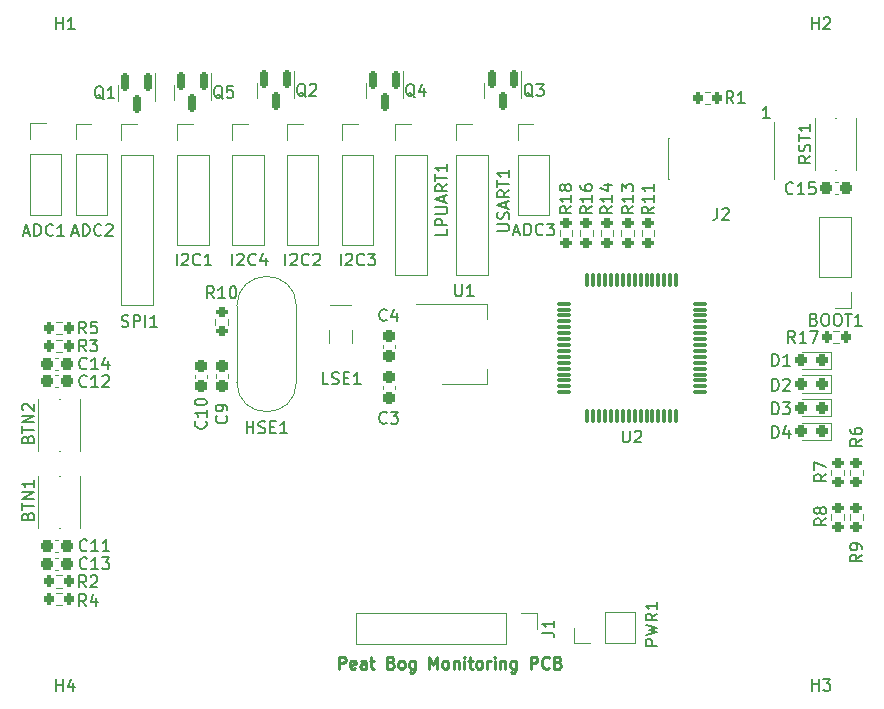
<source format=gto>
G04 #@! TF.GenerationSoftware,KiCad,Pcbnew,(6.0.9)*
G04 #@! TF.CreationDate,2023-02-01T14:52:05+00:00*
G04 #@! TF.ProjectId,GroupProjectCustom,47726f75-7050-4726-9f6a-656374437573,rev?*
G04 #@! TF.SameCoordinates,Original*
G04 #@! TF.FileFunction,Legend,Top*
G04 #@! TF.FilePolarity,Positive*
%FSLAX46Y46*%
G04 Gerber Fmt 4.6, Leading zero omitted, Abs format (unit mm)*
G04 Created by KiCad (PCBNEW (6.0.9)) date 2023-02-01 14:52:05*
%MOMM*%
%LPD*%
G01*
G04 APERTURE LIST*
G04 Aperture macros list*
%AMRoundRect*
0 Rectangle with rounded corners*
0 $1 Rounding radius*
0 $2 $3 $4 $5 $6 $7 $8 $9 X,Y pos of 4 corners*
0 Add a 4 corners polygon primitive as box body*
4,1,4,$2,$3,$4,$5,$6,$7,$8,$9,$2,$3,0*
0 Add four circle primitives for the rounded corners*
1,1,$1+$1,$2,$3*
1,1,$1+$1,$4,$5*
1,1,$1+$1,$6,$7*
1,1,$1+$1,$8,$9*
0 Add four rect primitives between the rounded corners*
20,1,$1+$1,$2,$3,$4,$5,0*
20,1,$1+$1,$4,$5,$6,$7,0*
20,1,$1+$1,$6,$7,$8,$9,0*
20,1,$1+$1,$8,$9,$2,$3,0*%
G04 Aperture macros list end*
%ADD10C,0.150000*%
%ADD11C,0.250000*%
%ADD12C,0.120000*%
%ADD13R,1.700000X1.700000*%
%ADD14O,1.700000X1.700000*%
%ADD15RoundRect,0.237500X-0.237500X0.300000X-0.237500X-0.300000X0.237500X-0.300000X0.237500X0.300000X0*%
%ADD16RoundRect,0.150000X-0.150000X0.587500X-0.150000X-0.587500X0.150000X-0.587500X0.150000X0.587500X0*%
%ADD17RoundRect,0.200000X0.275000X-0.200000X0.275000X0.200000X-0.275000X0.200000X-0.275000X-0.200000X0*%
%ADD18RoundRect,0.200000X-0.275000X0.200000X-0.275000X-0.200000X0.275000X-0.200000X0.275000X0.200000X0*%
%ADD19R,0.650000X1.050000*%
%ADD20R,2.000000X1.500000*%
%ADD21R,2.000000X3.800000*%
%ADD22RoundRect,0.075000X-0.525000X0.075000X-0.525000X-0.075000X0.525000X-0.075000X0.525000X0.075000X0*%
%ADD23RoundRect,0.075000X-0.075000X0.525000X-0.075000X-0.525000X0.075000X-0.525000X0.075000X0.525000X0*%
%ADD24RoundRect,0.200000X-0.200000X-0.275000X0.200000X-0.275000X0.200000X0.275000X-0.200000X0.275000X0*%
%ADD25RoundRect,0.237500X0.287500X0.237500X-0.287500X0.237500X-0.287500X-0.237500X0.287500X-0.237500X0*%
%ADD26RoundRect,0.237500X-0.300000X-0.237500X0.300000X-0.237500X0.300000X0.237500X-0.300000X0.237500X0*%
%ADD27C,0.700000*%
%ADD28C,4.400000*%
%ADD29RoundRect,0.237500X0.300000X0.237500X-0.300000X0.237500X-0.300000X-0.237500X0.300000X-0.237500X0*%
%ADD30C,1.500000*%
%ADD31R,0.740000X2.400000*%
%ADD32R,1.800000X1.750000*%
%ADD33RoundRect,0.237500X0.237500X-0.300000X0.237500X0.300000X-0.237500X0.300000X-0.237500X-0.300000X0*%
G04 APERTURE END LIST*
D10*
X185245714Y-52382380D02*
X184674285Y-52382380D01*
X184960000Y-52382380D02*
X184960000Y-51382380D01*
X184864761Y-51525238D01*
X184769523Y-51620476D01*
X184674285Y-51668095D01*
D11*
X148779047Y-99002380D02*
X148779047Y-98002380D01*
X149160000Y-98002380D01*
X149255238Y-98050000D01*
X149302857Y-98097619D01*
X149350476Y-98192857D01*
X149350476Y-98335714D01*
X149302857Y-98430952D01*
X149255238Y-98478571D01*
X149160000Y-98526190D01*
X148779047Y-98526190D01*
X150160000Y-98954761D02*
X150064761Y-99002380D01*
X149874285Y-99002380D01*
X149779047Y-98954761D01*
X149731428Y-98859523D01*
X149731428Y-98478571D01*
X149779047Y-98383333D01*
X149874285Y-98335714D01*
X150064761Y-98335714D01*
X150160000Y-98383333D01*
X150207619Y-98478571D01*
X150207619Y-98573809D01*
X149731428Y-98669047D01*
X151064761Y-99002380D02*
X151064761Y-98478571D01*
X151017142Y-98383333D01*
X150921904Y-98335714D01*
X150731428Y-98335714D01*
X150636190Y-98383333D01*
X151064761Y-98954761D02*
X150969523Y-99002380D01*
X150731428Y-99002380D01*
X150636190Y-98954761D01*
X150588571Y-98859523D01*
X150588571Y-98764285D01*
X150636190Y-98669047D01*
X150731428Y-98621428D01*
X150969523Y-98621428D01*
X151064761Y-98573809D01*
X151398095Y-98335714D02*
X151779047Y-98335714D01*
X151540952Y-98002380D02*
X151540952Y-98859523D01*
X151588571Y-98954761D01*
X151683809Y-99002380D01*
X151779047Y-99002380D01*
X153207619Y-98478571D02*
X153350476Y-98526190D01*
X153398095Y-98573809D01*
X153445714Y-98669047D01*
X153445714Y-98811904D01*
X153398095Y-98907142D01*
X153350476Y-98954761D01*
X153255238Y-99002380D01*
X152874285Y-99002380D01*
X152874285Y-98002380D01*
X153207619Y-98002380D01*
X153302857Y-98050000D01*
X153350476Y-98097619D01*
X153398095Y-98192857D01*
X153398095Y-98288095D01*
X153350476Y-98383333D01*
X153302857Y-98430952D01*
X153207619Y-98478571D01*
X152874285Y-98478571D01*
X154017142Y-99002380D02*
X153921904Y-98954761D01*
X153874285Y-98907142D01*
X153826666Y-98811904D01*
X153826666Y-98526190D01*
X153874285Y-98430952D01*
X153921904Y-98383333D01*
X154017142Y-98335714D01*
X154160000Y-98335714D01*
X154255238Y-98383333D01*
X154302857Y-98430952D01*
X154350476Y-98526190D01*
X154350476Y-98811904D01*
X154302857Y-98907142D01*
X154255238Y-98954761D01*
X154160000Y-99002380D01*
X154017142Y-99002380D01*
X155207619Y-98335714D02*
X155207619Y-99145238D01*
X155160000Y-99240476D01*
X155112380Y-99288095D01*
X155017142Y-99335714D01*
X154874285Y-99335714D01*
X154779047Y-99288095D01*
X155207619Y-98954761D02*
X155112380Y-99002380D01*
X154921904Y-99002380D01*
X154826666Y-98954761D01*
X154779047Y-98907142D01*
X154731428Y-98811904D01*
X154731428Y-98526190D01*
X154779047Y-98430952D01*
X154826666Y-98383333D01*
X154921904Y-98335714D01*
X155112380Y-98335714D01*
X155207619Y-98383333D01*
X156445714Y-99002380D02*
X156445714Y-98002380D01*
X156779047Y-98716666D01*
X157112380Y-98002380D01*
X157112380Y-99002380D01*
X157731428Y-99002380D02*
X157636190Y-98954761D01*
X157588571Y-98907142D01*
X157540952Y-98811904D01*
X157540952Y-98526190D01*
X157588571Y-98430952D01*
X157636190Y-98383333D01*
X157731428Y-98335714D01*
X157874285Y-98335714D01*
X157969523Y-98383333D01*
X158017142Y-98430952D01*
X158064761Y-98526190D01*
X158064761Y-98811904D01*
X158017142Y-98907142D01*
X157969523Y-98954761D01*
X157874285Y-99002380D01*
X157731428Y-99002380D01*
X158493333Y-98335714D02*
X158493333Y-99002380D01*
X158493333Y-98430952D02*
X158540952Y-98383333D01*
X158636190Y-98335714D01*
X158779047Y-98335714D01*
X158874285Y-98383333D01*
X158921904Y-98478571D01*
X158921904Y-99002380D01*
X159398095Y-99002380D02*
X159398095Y-98335714D01*
X159398095Y-98002380D02*
X159350476Y-98050000D01*
X159398095Y-98097619D01*
X159445714Y-98050000D01*
X159398095Y-98002380D01*
X159398095Y-98097619D01*
X159731428Y-98335714D02*
X160112380Y-98335714D01*
X159874285Y-98002380D02*
X159874285Y-98859523D01*
X159921904Y-98954761D01*
X160017142Y-99002380D01*
X160112380Y-99002380D01*
X160588571Y-99002380D02*
X160493333Y-98954761D01*
X160445714Y-98907142D01*
X160398095Y-98811904D01*
X160398095Y-98526190D01*
X160445714Y-98430952D01*
X160493333Y-98383333D01*
X160588571Y-98335714D01*
X160731428Y-98335714D01*
X160826666Y-98383333D01*
X160874285Y-98430952D01*
X160921904Y-98526190D01*
X160921904Y-98811904D01*
X160874285Y-98907142D01*
X160826666Y-98954761D01*
X160731428Y-99002380D01*
X160588571Y-99002380D01*
X161350476Y-99002380D02*
X161350476Y-98335714D01*
X161350476Y-98526190D02*
X161398095Y-98430952D01*
X161445714Y-98383333D01*
X161540952Y-98335714D01*
X161636190Y-98335714D01*
X161969523Y-99002380D02*
X161969523Y-98335714D01*
X161969523Y-98002380D02*
X161921904Y-98050000D01*
X161969523Y-98097619D01*
X162017142Y-98050000D01*
X161969523Y-98002380D01*
X161969523Y-98097619D01*
X162445714Y-98335714D02*
X162445714Y-99002380D01*
X162445714Y-98430952D02*
X162493333Y-98383333D01*
X162588571Y-98335714D01*
X162731428Y-98335714D01*
X162826666Y-98383333D01*
X162874285Y-98478571D01*
X162874285Y-99002380D01*
X163779047Y-98335714D02*
X163779047Y-99145238D01*
X163731428Y-99240476D01*
X163683809Y-99288095D01*
X163588571Y-99335714D01*
X163445714Y-99335714D01*
X163350476Y-99288095D01*
X163779047Y-98954761D02*
X163683809Y-99002380D01*
X163493333Y-99002380D01*
X163398095Y-98954761D01*
X163350476Y-98907142D01*
X163302857Y-98811904D01*
X163302857Y-98526190D01*
X163350476Y-98430952D01*
X163398095Y-98383333D01*
X163493333Y-98335714D01*
X163683809Y-98335714D01*
X163779047Y-98383333D01*
X165017142Y-99002380D02*
X165017142Y-98002380D01*
X165398095Y-98002380D01*
X165493333Y-98050000D01*
X165540952Y-98097619D01*
X165588571Y-98192857D01*
X165588571Y-98335714D01*
X165540952Y-98430952D01*
X165493333Y-98478571D01*
X165398095Y-98526190D01*
X165017142Y-98526190D01*
X166588571Y-98907142D02*
X166540952Y-98954761D01*
X166398095Y-99002380D01*
X166302857Y-99002380D01*
X166160000Y-98954761D01*
X166064761Y-98859523D01*
X166017142Y-98764285D01*
X165969523Y-98573809D01*
X165969523Y-98430952D01*
X166017142Y-98240476D01*
X166064761Y-98145238D01*
X166160000Y-98050000D01*
X166302857Y-98002380D01*
X166398095Y-98002380D01*
X166540952Y-98050000D01*
X166588571Y-98097619D01*
X167350476Y-98478571D02*
X167493333Y-98526190D01*
X167540952Y-98573809D01*
X167588571Y-98669047D01*
X167588571Y-98811904D01*
X167540952Y-98907142D01*
X167493333Y-98954761D01*
X167398095Y-99002380D01*
X167017142Y-99002380D01*
X167017142Y-98002380D01*
X167350476Y-98002380D01*
X167445714Y-98050000D01*
X167493333Y-98097619D01*
X167540952Y-98192857D01*
X167540952Y-98288095D01*
X167493333Y-98383333D01*
X167445714Y-98430952D01*
X167350476Y-98478571D01*
X167017142Y-98478571D01*
D10*
X166012380Y-95943333D02*
X166726666Y-95943333D01*
X166869523Y-95990952D01*
X166964761Y-96086190D01*
X167012380Y-96229047D01*
X167012380Y-96324285D01*
X167012380Y-94943333D02*
X167012380Y-95514761D01*
X167012380Y-95229047D02*
X166012380Y-95229047D01*
X166155238Y-95324285D01*
X166250476Y-95419523D01*
X166298095Y-95514761D01*
X126205714Y-62086666D02*
X126681904Y-62086666D01*
X126110476Y-62372380D02*
X126443809Y-61372380D01*
X126777142Y-62372380D01*
X127110476Y-62372380D02*
X127110476Y-61372380D01*
X127348571Y-61372380D01*
X127491428Y-61420000D01*
X127586666Y-61515238D01*
X127634285Y-61610476D01*
X127681904Y-61800952D01*
X127681904Y-61943809D01*
X127634285Y-62134285D01*
X127586666Y-62229523D01*
X127491428Y-62324761D01*
X127348571Y-62372380D01*
X127110476Y-62372380D01*
X128681904Y-62277142D02*
X128634285Y-62324761D01*
X128491428Y-62372380D01*
X128396190Y-62372380D01*
X128253333Y-62324761D01*
X128158095Y-62229523D01*
X128110476Y-62134285D01*
X128062857Y-61943809D01*
X128062857Y-61800952D01*
X128110476Y-61610476D01*
X128158095Y-61515238D01*
X128253333Y-61420000D01*
X128396190Y-61372380D01*
X128491428Y-61372380D01*
X128634285Y-61420000D01*
X128681904Y-61467619D01*
X129062857Y-61467619D02*
X129110476Y-61420000D01*
X129205714Y-61372380D01*
X129443809Y-61372380D01*
X129539047Y-61420000D01*
X129586666Y-61467619D01*
X129634285Y-61562857D01*
X129634285Y-61658095D01*
X129586666Y-61800952D01*
X129015238Y-62372380D01*
X129634285Y-62372380D01*
X152833333Y-78167142D02*
X152785714Y-78214761D01*
X152642857Y-78262380D01*
X152547619Y-78262380D01*
X152404761Y-78214761D01*
X152309523Y-78119523D01*
X152261904Y-78024285D01*
X152214285Y-77833809D01*
X152214285Y-77690952D01*
X152261904Y-77500476D01*
X152309523Y-77405238D01*
X152404761Y-77310000D01*
X152547619Y-77262380D01*
X152642857Y-77262380D01*
X152785714Y-77310000D01*
X152833333Y-77357619D01*
X153166666Y-77262380D02*
X153785714Y-77262380D01*
X153452380Y-77643333D01*
X153595238Y-77643333D01*
X153690476Y-77690952D01*
X153738095Y-77738571D01*
X153785714Y-77833809D01*
X153785714Y-78071904D01*
X153738095Y-78167142D01*
X153690476Y-78214761D01*
X153595238Y-78262380D01*
X153309523Y-78262380D01*
X153214285Y-78214761D01*
X153166666Y-78167142D01*
X139747619Y-64862380D02*
X139747619Y-63862380D01*
X140176190Y-63957619D02*
X140223809Y-63910000D01*
X140319047Y-63862380D01*
X140557142Y-63862380D01*
X140652380Y-63910000D01*
X140700000Y-63957619D01*
X140747619Y-64052857D01*
X140747619Y-64148095D01*
X140700000Y-64290952D01*
X140128571Y-64862380D01*
X140747619Y-64862380D01*
X141747619Y-64767142D02*
X141700000Y-64814761D01*
X141557142Y-64862380D01*
X141461904Y-64862380D01*
X141319047Y-64814761D01*
X141223809Y-64719523D01*
X141176190Y-64624285D01*
X141128571Y-64433809D01*
X141128571Y-64290952D01*
X141176190Y-64100476D01*
X141223809Y-64005238D01*
X141319047Y-63910000D01*
X141461904Y-63862380D01*
X141557142Y-63862380D01*
X141700000Y-63910000D01*
X141747619Y-63957619D01*
X142604761Y-64195714D02*
X142604761Y-64862380D01*
X142366666Y-63814761D02*
X142128571Y-64529047D01*
X142747619Y-64529047D01*
X165224761Y-50597619D02*
X165129523Y-50550000D01*
X165034285Y-50454761D01*
X164891428Y-50311904D01*
X164796190Y-50264285D01*
X164700952Y-50264285D01*
X164748571Y-50502380D02*
X164653333Y-50454761D01*
X164558095Y-50359523D01*
X164510476Y-50169047D01*
X164510476Y-49835714D01*
X164558095Y-49645238D01*
X164653333Y-49550000D01*
X164748571Y-49502380D01*
X164939047Y-49502380D01*
X165034285Y-49550000D01*
X165129523Y-49645238D01*
X165177142Y-49835714D01*
X165177142Y-50169047D01*
X165129523Y-50359523D01*
X165034285Y-50454761D01*
X164939047Y-50502380D01*
X164748571Y-50502380D01*
X165510476Y-49502380D02*
X166129523Y-49502380D01*
X165796190Y-49883333D01*
X165939047Y-49883333D01*
X166034285Y-49930952D01*
X166081904Y-49978571D01*
X166129523Y-50073809D01*
X166129523Y-50311904D01*
X166081904Y-50407142D01*
X166034285Y-50454761D01*
X165939047Y-50502380D01*
X165653333Y-50502380D01*
X165558095Y-50454761D01*
X165510476Y-50407142D01*
X190052380Y-86276666D02*
X189576190Y-86610000D01*
X190052380Y-86848095D02*
X189052380Y-86848095D01*
X189052380Y-86467142D01*
X189100000Y-86371904D01*
X189147619Y-86324285D01*
X189242857Y-86276666D01*
X189385714Y-86276666D01*
X189480952Y-86324285D01*
X189528571Y-86371904D01*
X189576190Y-86467142D01*
X189576190Y-86848095D01*
X189480952Y-85705238D02*
X189433333Y-85800476D01*
X189385714Y-85848095D01*
X189290476Y-85895714D01*
X189242857Y-85895714D01*
X189147619Y-85848095D01*
X189100000Y-85800476D01*
X189052380Y-85705238D01*
X189052380Y-85514761D01*
X189100000Y-85419523D01*
X189147619Y-85371904D01*
X189242857Y-85324285D01*
X189290476Y-85324285D01*
X189385714Y-85371904D01*
X189433333Y-85419523D01*
X189480952Y-85514761D01*
X189480952Y-85705238D01*
X189528571Y-85800476D01*
X189576190Y-85848095D01*
X189671428Y-85895714D01*
X189861904Y-85895714D01*
X189957142Y-85848095D01*
X190004761Y-85800476D01*
X190052380Y-85705238D01*
X190052380Y-85514761D01*
X190004761Y-85419523D01*
X189957142Y-85371904D01*
X189861904Y-85324285D01*
X189671428Y-85324285D01*
X189576190Y-85371904D01*
X189528571Y-85419523D01*
X189480952Y-85514761D01*
X170202380Y-59867857D02*
X169726190Y-60201190D01*
X170202380Y-60439285D02*
X169202380Y-60439285D01*
X169202380Y-60058333D01*
X169250000Y-59963095D01*
X169297619Y-59915476D01*
X169392857Y-59867857D01*
X169535714Y-59867857D01*
X169630952Y-59915476D01*
X169678571Y-59963095D01*
X169726190Y-60058333D01*
X169726190Y-60439285D01*
X170202380Y-58915476D02*
X170202380Y-59486904D01*
X170202380Y-59201190D02*
X169202380Y-59201190D01*
X169345238Y-59296428D01*
X169440476Y-59391666D01*
X169488095Y-59486904D01*
X169202380Y-58058333D02*
X169202380Y-58248809D01*
X169250000Y-58344047D01*
X169297619Y-58391666D01*
X169440476Y-58486904D01*
X169630952Y-58534523D01*
X170011904Y-58534523D01*
X170107142Y-58486904D01*
X170154761Y-58439285D01*
X170202380Y-58344047D01*
X170202380Y-58153571D01*
X170154761Y-58058333D01*
X170107142Y-58010714D01*
X170011904Y-57963095D01*
X169773809Y-57963095D01*
X169678571Y-58010714D01*
X169630952Y-58058333D01*
X169583333Y-58153571D01*
X169583333Y-58344047D01*
X169630952Y-58439285D01*
X169678571Y-58486904D01*
X169773809Y-58534523D01*
X122428571Y-79569523D02*
X122476190Y-79426666D01*
X122523809Y-79379047D01*
X122619047Y-79331428D01*
X122761904Y-79331428D01*
X122857142Y-79379047D01*
X122904761Y-79426666D01*
X122952380Y-79521904D01*
X122952380Y-79902857D01*
X121952380Y-79902857D01*
X121952380Y-79569523D01*
X122000000Y-79474285D01*
X122047619Y-79426666D01*
X122142857Y-79379047D01*
X122238095Y-79379047D01*
X122333333Y-79426666D01*
X122380952Y-79474285D01*
X122428571Y-79569523D01*
X122428571Y-79902857D01*
X121952380Y-79045714D02*
X121952380Y-78474285D01*
X122952380Y-78760000D02*
X121952380Y-78760000D01*
X122952380Y-78140952D02*
X121952380Y-78140952D01*
X122952380Y-77569523D01*
X121952380Y-77569523D01*
X122047619Y-77140952D02*
X122000000Y-77093333D01*
X121952380Y-76998095D01*
X121952380Y-76760000D01*
X122000000Y-76664761D01*
X122047619Y-76617142D01*
X122142857Y-76569523D01*
X122238095Y-76569523D01*
X122380952Y-76617142D01*
X122952380Y-77188571D01*
X122952380Y-76569523D01*
X130400000Y-70014761D02*
X130542857Y-70062380D01*
X130780952Y-70062380D01*
X130876190Y-70014761D01*
X130923809Y-69967142D01*
X130971428Y-69871904D01*
X130971428Y-69776666D01*
X130923809Y-69681428D01*
X130876190Y-69633809D01*
X130780952Y-69586190D01*
X130590476Y-69538571D01*
X130495238Y-69490952D01*
X130447619Y-69443333D01*
X130400000Y-69348095D01*
X130400000Y-69252857D01*
X130447619Y-69157619D01*
X130495238Y-69110000D01*
X130590476Y-69062380D01*
X130828571Y-69062380D01*
X130971428Y-69110000D01*
X131400000Y-70062380D02*
X131400000Y-69062380D01*
X131780952Y-69062380D01*
X131876190Y-69110000D01*
X131923809Y-69157619D01*
X131971428Y-69252857D01*
X131971428Y-69395714D01*
X131923809Y-69490952D01*
X131876190Y-69538571D01*
X131780952Y-69586190D01*
X131400000Y-69586190D01*
X132400000Y-70062380D02*
X132400000Y-69062380D01*
X133400000Y-70062380D02*
X132828571Y-70062380D01*
X133114285Y-70062380D02*
X133114285Y-69062380D01*
X133019047Y-69205238D01*
X132923809Y-69300476D01*
X132828571Y-69348095D01*
X158638095Y-66462380D02*
X158638095Y-67271904D01*
X158685714Y-67367142D01*
X158733333Y-67414761D01*
X158828571Y-67462380D01*
X159019047Y-67462380D01*
X159114285Y-67414761D01*
X159161904Y-67367142D01*
X159209523Y-67271904D01*
X159209523Y-66462380D01*
X160209523Y-67462380D02*
X159638095Y-67462380D01*
X159923809Y-67462380D02*
X159923809Y-66462380D01*
X159828571Y-66605238D01*
X159733333Y-66700476D01*
X159638095Y-66748095D01*
X172823095Y-78852380D02*
X172823095Y-79661904D01*
X172870714Y-79757142D01*
X172918333Y-79804761D01*
X173013571Y-79852380D01*
X173204047Y-79852380D01*
X173299285Y-79804761D01*
X173346904Y-79757142D01*
X173394523Y-79661904D01*
X173394523Y-78852380D01*
X173823095Y-78947619D02*
X173870714Y-78900000D01*
X173965952Y-78852380D01*
X174204047Y-78852380D01*
X174299285Y-78900000D01*
X174346904Y-78947619D01*
X174394523Y-79042857D01*
X174394523Y-79138095D01*
X174346904Y-79280952D01*
X173775476Y-79852380D01*
X174394523Y-79852380D01*
X127383333Y-93712380D02*
X127050000Y-93236190D01*
X126811904Y-93712380D02*
X126811904Y-92712380D01*
X127192857Y-92712380D01*
X127288095Y-92760000D01*
X127335714Y-92807619D01*
X127383333Y-92902857D01*
X127383333Y-93045714D01*
X127335714Y-93140952D01*
X127288095Y-93188571D01*
X127192857Y-93236190D01*
X126811904Y-93236190D01*
X128240476Y-93045714D02*
X128240476Y-93712380D01*
X128002380Y-92664761D02*
X127764285Y-93379047D01*
X128383333Y-93379047D01*
X185461904Y-79462380D02*
X185461904Y-78462380D01*
X185700000Y-78462380D01*
X185842857Y-78510000D01*
X185938095Y-78605238D01*
X185985714Y-78700476D01*
X186033333Y-78890952D01*
X186033333Y-79033809D01*
X185985714Y-79224285D01*
X185938095Y-79319523D01*
X185842857Y-79414761D01*
X185700000Y-79462380D01*
X185461904Y-79462380D01*
X186890476Y-78795714D02*
X186890476Y-79462380D01*
X186652380Y-78414761D02*
X186414285Y-79129047D01*
X187033333Y-79129047D01*
X175752380Y-97049523D02*
X174752380Y-97049523D01*
X174752380Y-96668571D01*
X174800000Y-96573333D01*
X174847619Y-96525714D01*
X174942857Y-96478095D01*
X175085714Y-96478095D01*
X175180952Y-96525714D01*
X175228571Y-96573333D01*
X175276190Y-96668571D01*
X175276190Y-97049523D01*
X174752380Y-96144761D02*
X175752380Y-95906666D01*
X175038095Y-95716190D01*
X175752380Y-95525714D01*
X174752380Y-95287619D01*
X175752380Y-94335238D02*
X175276190Y-94668571D01*
X175752380Y-94906666D02*
X174752380Y-94906666D01*
X174752380Y-94525714D01*
X174800000Y-94430476D01*
X174847619Y-94382857D01*
X174942857Y-94335238D01*
X175085714Y-94335238D01*
X175180952Y-94382857D01*
X175228571Y-94430476D01*
X175276190Y-94525714D01*
X175276190Y-94906666D01*
X175752380Y-93382857D02*
X175752380Y-93954285D01*
X175752380Y-93668571D02*
X174752380Y-93668571D01*
X174895238Y-93763809D01*
X174990476Y-93859047D01*
X175038095Y-93954285D01*
X162202380Y-61932619D02*
X163011904Y-61932619D01*
X163107142Y-61885000D01*
X163154761Y-61837380D01*
X163202380Y-61742142D01*
X163202380Y-61551666D01*
X163154761Y-61456428D01*
X163107142Y-61408809D01*
X163011904Y-61361190D01*
X162202380Y-61361190D01*
X163154761Y-60932619D02*
X163202380Y-60789761D01*
X163202380Y-60551666D01*
X163154761Y-60456428D01*
X163107142Y-60408809D01*
X163011904Y-60361190D01*
X162916666Y-60361190D01*
X162821428Y-60408809D01*
X162773809Y-60456428D01*
X162726190Y-60551666D01*
X162678571Y-60742142D01*
X162630952Y-60837380D01*
X162583333Y-60885000D01*
X162488095Y-60932619D01*
X162392857Y-60932619D01*
X162297619Y-60885000D01*
X162250000Y-60837380D01*
X162202380Y-60742142D01*
X162202380Y-60504047D01*
X162250000Y-60361190D01*
X162916666Y-59980238D02*
X162916666Y-59504047D01*
X163202380Y-60075476D02*
X162202380Y-59742142D01*
X163202380Y-59408809D01*
X163202380Y-58504047D02*
X162726190Y-58837380D01*
X163202380Y-59075476D02*
X162202380Y-59075476D01*
X162202380Y-58694523D01*
X162250000Y-58599285D01*
X162297619Y-58551666D01*
X162392857Y-58504047D01*
X162535714Y-58504047D01*
X162630952Y-58551666D01*
X162678571Y-58599285D01*
X162726190Y-58694523D01*
X162726190Y-59075476D01*
X162202380Y-58218333D02*
X162202380Y-57646904D01*
X163202380Y-57932619D02*
X162202380Y-57932619D01*
X163202380Y-56789761D02*
X163202380Y-57361190D01*
X163202380Y-57075476D02*
X162202380Y-57075476D01*
X162345238Y-57170714D01*
X162440476Y-57265952D01*
X162488095Y-57361190D01*
X175427380Y-59892857D02*
X174951190Y-60226190D01*
X175427380Y-60464285D02*
X174427380Y-60464285D01*
X174427380Y-60083333D01*
X174475000Y-59988095D01*
X174522619Y-59940476D01*
X174617857Y-59892857D01*
X174760714Y-59892857D01*
X174855952Y-59940476D01*
X174903571Y-59988095D01*
X174951190Y-60083333D01*
X174951190Y-60464285D01*
X175427380Y-58940476D02*
X175427380Y-59511904D01*
X175427380Y-59226190D02*
X174427380Y-59226190D01*
X174570238Y-59321428D01*
X174665476Y-59416666D01*
X174713095Y-59511904D01*
X175427380Y-57988095D02*
X175427380Y-58559523D01*
X175427380Y-58273809D02*
X174427380Y-58273809D01*
X174570238Y-58369047D01*
X174665476Y-58464285D01*
X174713095Y-58559523D01*
X173727380Y-59867857D02*
X173251190Y-60201190D01*
X173727380Y-60439285D02*
X172727380Y-60439285D01*
X172727380Y-60058333D01*
X172775000Y-59963095D01*
X172822619Y-59915476D01*
X172917857Y-59867857D01*
X173060714Y-59867857D01*
X173155952Y-59915476D01*
X173203571Y-59963095D01*
X173251190Y-60058333D01*
X173251190Y-60439285D01*
X173727380Y-58915476D02*
X173727380Y-59486904D01*
X173727380Y-59201190D02*
X172727380Y-59201190D01*
X172870238Y-59296428D01*
X172965476Y-59391666D01*
X173013095Y-59486904D01*
X172727380Y-58582142D02*
X172727380Y-57963095D01*
X173108333Y-58296428D01*
X173108333Y-58153571D01*
X173155952Y-58058333D01*
X173203571Y-58010714D01*
X173298809Y-57963095D01*
X173536904Y-57963095D01*
X173632142Y-58010714D01*
X173679761Y-58058333D01*
X173727380Y-58153571D01*
X173727380Y-58439285D01*
X173679761Y-58534523D01*
X173632142Y-58582142D01*
X127432142Y-73567142D02*
X127384523Y-73614761D01*
X127241666Y-73662380D01*
X127146428Y-73662380D01*
X127003571Y-73614761D01*
X126908333Y-73519523D01*
X126860714Y-73424285D01*
X126813095Y-73233809D01*
X126813095Y-73090952D01*
X126860714Y-72900476D01*
X126908333Y-72805238D01*
X127003571Y-72710000D01*
X127146428Y-72662380D01*
X127241666Y-72662380D01*
X127384523Y-72710000D01*
X127432142Y-72757619D01*
X128384523Y-73662380D02*
X127813095Y-73662380D01*
X128098809Y-73662380D02*
X128098809Y-72662380D01*
X128003571Y-72805238D01*
X127908333Y-72900476D01*
X127813095Y-72948095D01*
X129241666Y-72995714D02*
X129241666Y-73662380D01*
X129003571Y-72614761D02*
X128765476Y-73329047D01*
X129384523Y-73329047D01*
X190052380Y-82526666D02*
X189576190Y-82860000D01*
X190052380Y-83098095D02*
X189052380Y-83098095D01*
X189052380Y-82717142D01*
X189100000Y-82621904D01*
X189147619Y-82574285D01*
X189242857Y-82526666D01*
X189385714Y-82526666D01*
X189480952Y-82574285D01*
X189528571Y-82621904D01*
X189576190Y-82717142D01*
X189576190Y-83098095D01*
X189052380Y-82193333D02*
X189052380Y-81526666D01*
X190052380Y-81955238D01*
X188702380Y-55583809D02*
X188226190Y-55917142D01*
X188702380Y-56155238D02*
X187702380Y-56155238D01*
X187702380Y-55774285D01*
X187750000Y-55679047D01*
X187797619Y-55631428D01*
X187892857Y-55583809D01*
X188035714Y-55583809D01*
X188130952Y-55631428D01*
X188178571Y-55679047D01*
X188226190Y-55774285D01*
X188226190Y-56155238D01*
X188654761Y-55202857D02*
X188702380Y-55060000D01*
X188702380Y-54821904D01*
X188654761Y-54726666D01*
X188607142Y-54679047D01*
X188511904Y-54631428D01*
X188416666Y-54631428D01*
X188321428Y-54679047D01*
X188273809Y-54726666D01*
X188226190Y-54821904D01*
X188178571Y-55012380D01*
X188130952Y-55107619D01*
X188083333Y-55155238D01*
X187988095Y-55202857D01*
X187892857Y-55202857D01*
X187797619Y-55155238D01*
X187750000Y-55107619D01*
X187702380Y-55012380D01*
X187702380Y-54774285D01*
X187750000Y-54631428D01*
X187702380Y-54345714D02*
X187702380Y-53774285D01*
X188702380Y-54060000D02*
X187702380Y-54060000D01*
X188702380Y-52917142D02*
X188702380Y-53488571D01*
X188702380Y-53202857D02*
X187702380Y-53202857D01*
X187845238Y-53298095D01*
X187940476Y-53393333D01*
X187988095Y-53488571D01*
X188838095Y-44862380D02*
X188838095Y-43862380D01*
X188838095Y-44338571D02*
X189409523Y-44338571D01*
X189409523Y-44862380D02*
X189409523Y-43862380D01*
X189838095Y-43957619D02*
X189885714Y-43910000D01*
X189980952Y-43862380D01*
X190219047Y-43862380D01*
X190314285Y-43910000D01*
X190361904Y-43957619D01*
X190409523Y-44052857D01*
X190409523Y-44148095D01*
X190361904Y-44290952D01*
X189790476Y-44862380D01*
X190409523Y-44862380D01*
X127457142Y-88967142D02*
X127409523Y-89014761D01*
X127266666Y-89062380D01*
X127171428Y-89062380D01*
X127028571Y-89014761D01*
X126933333Y-88919523D01*
X126885714Y-88824285D01*
X126838095Y-88633809D01*
X126838095Y-88490952D01*
X126885714Y-88300476D01*
X126933333Y-88205238D01*
X127028571Y-88110000D01*
X127171428Y-88062380D01*
X127266666Y-88062380D01*
X127409523Y-88110000D01*
X127457142Y-88157619D01*
X128409523Y-89062380D02*
X127838095Y-89062380D01*
X128123809Y-89062380D02*
X128123809Y-88062380D01*
X128028571Y-88205238D01*
X127933333Y-88300476D01*
X127838095Y-88348095D01*
X129361904Y-89062380D02*
X128790476Y-89062380D01*
X129076190Y-89062380D02*
X129076190Y-88062380D01*
X128980952Y-88205238D01*
X128885714Y-88300476D01*
X128790476Y-88348095D01*
X128874761Y-50807619D02*
X128779523Y-50760000D01*
X128684285Y-50664761D01*
X128541428Y-50521904D01*
X128446190Y-50474285D01*
X128350952Y-50474285D01*
X128398571Y-50712380D02*
X128303333Y-50664761D01*
X128208095Y-50569523D01*
X128160476Y-50379047D01*
X128160476Y-50045714D01*
X128208095Y-49855238D01*
X128303333Y-49760000D01*
X128398571Y-49712380D01*
X128589047Y-49712380D01*
X128684285Y-49760000D01*
X128779523Y-49855238D01*
X128827142Y-50045714D01*
X128827142Y-50379047D01*
X128779523Y-50569523D01*
X128684285Y-50664761D01*
X128589047Y-50712380D01*
X128398571Y-50712380D01*
X129779523Y-50712380D02*
X129208095Y-50712380D01*
X129493809Y-50712380D02*
X129493809Y-49712380D01*
X129398571Y-49855238D01*
X129303333Y-49950476D01*
X129208095Y-49998095D01*
X193062380Y-79551666D02*
X192586190Y-79885000D01*
X193062380Y-80123095D02*
X192062380Y-80123095D01*
X192062380Y-79742142D01*
X192110000Y-79646904D01*
X192157619Y-79599285D01*
X192252857Y-79551666D01*
X192395714Y-79551666D01*
X192490952Y-79599285D01*
X192538571Y-79646904D01*
X192586190Y-79742142D01*
X192586190Y-80123095D01*
X192062380Y-78694523D02*
X192062380Y-78885000D01*
X192110000Y-78980238D01*
X192157619Y-79027857D01*
X192300476Y-79123095D01*
X192490952Y-79170714D01*
X192871904Y-79170714D01*
X192967142Y-79123095D01*
X193014761Y-79075476D01*
X193062380Y-78980238D01*
X193062380Y-78789761D01*
X193014761Y-78694523D01*
X192967142Y-78646904D01*
X192871904Y-78599285D01*
X192633809Y-78599285D01*
X192538571Y-78646904D01*
X192490952Y-78694523D01*
X192443333Y-78789761D01*
X192443333Y-78980238D01*
X192490952Y-79075476D01*
X192538571Y-79123095D01*
X192633809Y-79170714D01*
X140979523Y-79062380D02*
X140979523Y-78062380D01*
X140979523Y-78538571D02*
X141550952Y-78538571D01*
X141550952Y-79062380D02*
X141550952Y-78062380D01*
X141979523Y-79014761D02*
X142122380Y-79062380D01*
X142360476Y-79062380D01*
X142455714Y-79014761D01*
X142503333Y-78967142D01*
X142550952Y-78871904D01*
X142550952Y-78776666D01*
X142503333Y-78681428D01*
X142455714Y-78633809D01*
X142360476Y-78586190D01*
X142170000Y-78538571D01*
X142074761Y-78490952D01*
X142027142Y-78443333D01*
X141979523Y-78348095D01*
X141979523Y-78252857D01*
X142027142Y-78157619D01*
X142074761Y-78110000D01*
X142170000Y-78062380D01*
X142408095Y-78062380D01*
X142550952Y-78110000D01*
X142979523Y-78538571D02*
X143312857Y-78538571D01*
X143455714Y-79062380D02*
X142979523Y-79062380D01*
X142979523Y-78062380D01*
X143455714Y-78062380D01*
X144408095Y-79062380D02*
X143836666Y-79062380D01*
X144122380Y-79062380D02*
X144122380Y-78062380D01*
X144027142Y-78205238D01*
X143931904Y-78300476D01*
X143836666Y-78348095D01*
X127383333Y-92112380D02*
X127050000Y-91636190D01*
X126811904Y-92112380D02*
X126811904Y-91112380D01*
X127192857Y-91112380D01*
X127288095Y-91160000D01*
X127335714Y-91207619D01*
X127383333Y-91302857D01*
X127383333Y-91445714D01*
X127335714Y-91540952D01*
X127288095Y-91588571D01*
X127192857Y-91636190D01*
X126811904Y-91636190D01*
X127764285Y-91207619D02*
X127811904Y-91160000D01*
X127907142Y-91112380D01*
X128145238Y-91112380D01*
X128240476Y-91160000D01*
X128288095Y-91207619D01*
X128335714Y-91302857D01*
X128335714Y-91398095D01*
X128288095Y-91540952D01*
X127716666Y-92112380D01*
X128335714Y-92112380D01*
X193062380Y-89351666D02*
X192586190Y-89685000D01*
X193062380Y-89923095D02*
X192062380Y-89923095D01*
X192062380Y-89542142D01*
X192110000Y-89446904D01*
X192157619Y-89399285D01*
X192252857Y-89351666D01*
X192395714Y-89351666D01*
X192490952Y-89399285D01*
X192538571Y-89446904D01*
X192586190Y-89542142D01*
X192586190Y-89923095D01*
X193062380Y-88875476D02*
X193062380Y-88685000D01*
X193014761Y-88589761D01*
X192967142Y-88542142D01*
X192824285Y-88446904D01*
X192633809Y-88399285D01*
X192252857Y-88399285D01*
X192157619Y-88446904D01*
X192110000Y-88494523D01*
X192062380Y-88589761D01*
X192062380Y-88780238D01*
X192110000Y-88875476D01*
X192157619Y-88923095D01*
X192252857Y-88970714D01*
X192490952Y-88970714D01*
X192586190Y-88923095D01*
X192633809Y-88875476D01*
X192681428Y-88780238D01*
X192681428Y-88589761D01*
X192633809Y-88494523D01*
X192586190Y-88446904D01*
X192490952Y-88399285D01*
X122095714Y-62086666D02*
X122571904Y-62086666D01*
X122000476Y-62372380D02*
X122333809Y-61372380D01*
X122667142Y-62372380D01*
X123000476Y-62372380D02*
X123000476Y-61372380D01*
X123238571Y-61372380D01*
X123381428Y-61420000D01*
X123476666Y-61515238D01*
X123524285Y-61610476D01*
X123571904Y-61800952D01*
X123571904Y-61943809D01*
X123524285Y-62134285D01*
X123476666Y-62229523D01*
X123381428Y-62324761D01*
X123238571Y-62372380D01*
X123000476Y-62372380D01*
X124571904Y-62277142D02*
X124524285Y-62324761D01*
X124381428Y-62372380D01*
X124286190Y-62372380D01*
X124143333Y-62324761D01*
X124048095Y-62229523D01*
X124000476Y-62134285D01*
X123952857Y-61943809D01*
X123952857Y-61800952D01*
X124000476Y-61610476D01*
X124048095Y-61515238D01*
X124143333Y-61420000D01*
X124286190Y-61372380D01*
X124381428Y-61372380D01*
X124524285Y-61420000D01*
X124571904Y-61467619D01*
X125524285Y-62372380D02*
X124952857Y-62372380D01*
X125238571Y-62372380D02*
X125238571Y-61372380D01*
X125143333Y-61515238D01*
X125048095Y-61610476D01*
X124952857Y-61658095D01*
X122428571Y-86069523D02*
X122476190Y-85926666D01*
X122523809Y-85879047D01*
X122619047Y-85831428D01*
X122761904Y-85831428D01*
X122857142Y-85879047D01*
X122904761Y-85926666D01*
X122952380Y-86021904D01*
X122952380Y-86402857D01*
X121952380Y-86402857D01*
X121952380Y-86069523D01*
X122000000Y-85974285D01*
X122047619Y-85926666D01*
X122142857Y-85879047D01*
X122238095Y-85879047D01*
X122333333Y-85926666D01*
X122380952Y-85974285D01*
X122428571Y-86069523D01*
X122428571Y-86402857D01*
X121952380Y-85545714D02*
X121952380Y-84974285D01*
X122952380Y-85260000D02*
X121952380Y-85260000D01*
X122952380Y-84640952D02*
X121952380Y-84640952D01*
X122952380Y-84069523D01*
X121952380Y-84069523D01*
X122952380Y-83069523D02*
X122952380Y-83640952D01*
X122952380Y-83355238D02*
X121952380Y-83355238D01*
X122095238Y-83450476D01*
X122190476Y-83545714D01*
X122238095Y-83640952D01*
X135047619Y-64862380D02*
X135047619Y-63862380D01*
X135476190Y-63957619D02*
X135523809Y-63910000D01*
X135619047Y-63862380D01*
X135857142Y-63862380D01*
X135952380Y-63910000D01*
X136000000Y-63957619D01*
X136047619Y-64052857D01*
X136047619Y-64148095D01*
X136000000Y-64290952D01*
X135428571Y-64862380D01*
X136047619Y-64862380D01*
X137047619Y-64767142D02*
X137000000Y-64814761D01*
X136857142Y-64862380D01*
X136761904Y-64862380D01*
X136619047Y-64814761D01*
X136523809Y-64719523D01*
X136476190Y-64624285D01*
X136428571Y-64433809D01*
X136428571Y-64290952D01*
X136476190Y-64100476D01*
X136523809Y-64005238D01*
X136619047Y-63910000D01*
X136761904Y-63862380D01*
X136857142Y-63862380D01*
X137000000Y-63910000D01*
X137047619Y-63957619D01*
X138000000Y-64862380D02*
X137428571Y-64862380D01*
X137714285Y-64862380D02*
X137714285Y-63862380D01*
X137619047Y-64005238D01*
X137523809Y-64100476D01*
X137428571Y-64148095D01*
X188838095Y-100862380D02*
X188838095Y-99862380D01*
X188838095Y-100338571D02*
X189409523Y-100338571D01*
X189409523Y-100862380D02*
X189409523Y-99862380D01*
X189790476Y-99862380D02*
X190409523Y-99862380D01*
X190076190Y-100243333D01*
X190219047Y-100243333D01*
X190314285Y-100290952D01*
X190361904Y-100338571D01*
X190409523Y-100433809D01*
X190409523Y-100671904D01*
X190361904Y-100767142D01*
X190314285Y-100814761D01*
X190219047Y-100862380D01*
X189933333Y-100862380D01*
X189838095Y-100814761D01*
X189790476Y-100767142D01*
X180806666Y-60012380D02*
X180806666Y-60726666D01*
X180759047Y-60869523D01*
X180663809Y-60964761D01*
X180520952Y-61012380D01*
X180425714Y-61012380D01*
X181235238Y-60107619D02*
X181282857Y-60060000D01*
X181378095Y-60012380D01*
X181616190Y-60012380D01*
X181711428Y-60060000D01*
X181759047Y-60107619D01*
X181806666Y-60202857D01*
X181806666Y-60298095D01*
X181759047Y-60440952D01*
X181187619Y-61012380D01*
X181806666Y-61012380D01*
X127383333Y-72137380D02*
X127050000Y-71661190D01*
X126811904Y-72137380D02*
X126811904Y-71137380D01*
X127192857Y-71137380D01*
X127288095Y-71185000D01*
X127335714Y-71232619D01*
X127383333Y-71327857D01*
X127383333Y-71470714D01*
X127335714Y-71565952D01*
X127288095Y-71613571D01*
X127192857Y-71661190D01*
X126811904Y-71661190D01*
X127716666Y-71137380D02*
X128335714Y-71137380D01*
X128002380Y-71518333D01*
X128145238Y-71518333D01*
X128240476Y-71565952D01*
X128288095Y-71613571D01*
X128335714Y-71708809D01*
X128335714Y-71946904D01*
X128288095Y-72042142D01*
X128240476Y-72089761D01*
X128145238Y-72137380D01*
X127859523Y-72137380D01*
X127764285Y-72089761D01*
X127716666Y-72042142D01*
X127432142Y-75067142D02*
X127384523Y-75114761D01*
X127241666Y-75162380D01*
X127146428Y-75162380D01*
X127003571Y-75114761D01*
X126908333Y-75019523D01*
X126860714Y-74924285D01*
X126813095Y-74733809D01*
X126813095Y-74590952D01*
X126860714Y-74400476D01*
X126908333Y-74305238D01*
X127003571Y-74210000D01*
X127146428Y-74162380D01*
X127241666Y-74162380D01*
X127384523Y-74210000D01*
X127432142Y-74257619D01*
X128384523Y-75162380D02*
X127813095Y-75162380D01*
X128098809Y-75162380D02*
X128098809Y-74162380D01*
X128003571Y-74305238D01*
X127908333Y-74400476D01*
X127813095Y-74448095D01*
X128765476Y-74257619D02*
X128813095Y-74210000D01*
X128908333Y-74162380D01*
X129146428Y-74162380D01*
X129241666Y-74210000D01*
X129289285Y-74257619D01*
X129336904Y-74352857D01*
X129336904Y-74448095D01*
X129289285Y-74590952D01*
X128717857Y-75162380D01*
X129336904Y-75162380D01*
X124838095Y-44862380D02*
X124838095Y-43862380D01*
X124838095Y-44338571D02*
X125409523Y-44338571D01*
X125409523Y-44862380D02*
X125409523Y-43862380D01*
X126409523Y-44862380D02*
X125838095Y-44862380D01*
X126123809Y-44862380D02*
X126123809Y-43862380D01*
X126028571Y-44005238D01*
X125933333Y-44100476D01*
X125838095Y-44148095D01*
X163585714Y-62026666D02*
X164061904Y-62026666D01*
X163490476Y-62312380D02*
X163823809Y-61312380D01*
X164157142Y-62312380D01*
X164490476Y-62312380D02*
X164490476Y-61312380D01*
X164728571Y-61312380D01*
X164871428Y-61360000D01*
X164966666Y-61455238D01*
X165014285Y-61550476D01*
X165061904Y-61740952D01*
X165061904Y-61883809D01*
X165014285Y-62074285D01*
X164966666Y-62169523D01*
X164871428Y-62264761D01*
X164728571Y-62312380D01*
X164490476Y-62312380D01*
X166061904Y-62217142D02*
X166014285Y-62264761D01*
X165871428Y-62312380D01*
X165776190Y-62312380D01*
X165633333Y-62264761D01*
X165538095Y-62169523D01*
X165490476Y-62074285D01*
X165442857Y-61883809D01*
X165442857Y-61740952D01*
X165490476Y-61550476D01*
X165538095Y-61455238D01*
X165633333Y-61360000D01*
X165776190Y-61312380D01*
X165871428Y-61312380D01*
X166014285Y-61360000D01*
X166061904Y-61407619D01*
X166395238Y-61312380D02*
X167014285Y-61312380D01*
X166680952Y-61693333D01*
X166823809Y-61693333D01*
X166919047Y-61740952D01*
X166966666Y-61788571D01*
X167014285Y-61883809D01*
X167014285Y-62121904D01*
X166966666Y-62217142D01*
X166919047Y-62264761D01*
X166823809Y-62312380D01*
X166538095Y-62312380D01*
X166442857Y-62264761D01*
X166395238Y-62217142D01*
X124838095Y-100912380D02*
X124838095Y-99912380D01*
X124838095Y-100388571D02*
X125409523Y-100388571D01*
X125409523Y-100912380D02*
X125409523Y-99912380D01*
X126314285Y-100245714D02*
X126314285Y-100912380D01*
X126076190Y-99864761D02*
X125838095Y-100579047D01*
X126457142Y-100579047D01*
X185461904Y-77462380D02*
X185461904Y-76462380D01*
X185700000Y-76462380D01*
X185842857Y-76510000D01*
X185938095Y-76605238D01*
X185985714Y-76700476D01*
X186033333Y-76890952D01*
X186033333Y-77033809D01*
X185985714Y-77224285D01*
X185938095Y-77319523D01*
X185842857Y-77414761D01*
X185700000Y-77462380D01*
X185461904Y-77462380D01*
X186366666Y-76462380D02*
X186985714Y-76462380D01*
X186652380Y-76843333D01*
X186795238Y-76843333D01*
X186890476Y-76890952D01*
X186938095Y-76938571D01*
X186985714Y-77033809D01*
X186985714Y-77271904D01*
X186938095Y-77367142D01*
X186890476Y-77414761D01*
X186795238Y-77462380D01*
X186509523Y-77462380D01*
X186414285Y-77414761D01*
X186366666Y-77367142D01*
X155214761Y-50607619D02*
X155119523Y-50560000D01*
X155024285Y-50464761D01*
X154881428Y-50321904D01*
X154786190Y-50274285D01*
X154690952Y-50274285D01*
X154738571Y-50512380D02*
X154643333Y-50464761D01*
X154548095Y-50369523D01*
X154500476Y-50179047D01*
X154500476Y-49845714D01*
X154548095Y-49655238D01*
X154643333Y-49560000D01*
X154738571Y-49512380D01*
X154929047Y-49512380D01*
X155024285Y-49560000D01*
X155119523Y-49655238D01*
X155167142Y-49845714D01*
X155167142Y-50179047D01*
X155119523Y-50369523D01*
X155024285Y-50464761D01*
X154929047Y-50512380D01*
X154738571Y-50512380D01*
X156024285Y-49845714D02*
X156024285Y-50512380D01*
X155786190Y-49464761D02*
X155548095Y-50179047D01*
X156167142Y-50179047D01*
X138954761Y-50757619D02*
X138859523Y-50710000D01*
X138764285Y-50614761D01*
X138621428Y-50471904D01*
X138526190Y-50424285D01*
X138430952Y-50424285D01*
X138478571Y-50662380D02*
X138383333Y-50614761D01*
X138288095Y-50519523D01*
X138240476Y-50329047D01*
X138240476Y-49995714D01*
X138288095Y-49805238D01*
X138383333Y-49710000D01*
X138478571Y-49662380D01*
X138669047Y-49662380D01*
X138764285Y-49710000D01*
X138859523Y-49805238D01*
X138907142Y-49995714D01*
X138907142Y-50329047D01*
X138859523Y-50519523D01*
X138764285Y-50614761D01*
X138669047Y-50662380D01*
X138478571Y-50662380D01*
X139811904Y-49662380D02*
X139335714Y-49662380D01*
X139288095Y-50138571D01*
X139335714Y-50090952D01*
X139430952Y-50043333D01*
X139669047Y-50043333D01*
X139764285Y-50090952D01*
X139811904Y-50138571D01*
X139859523Y-50233809D01*
X139859523Y-50471904D01*
X139811904Y-50567142D01*
X139764285Y-50614761D01*
X139669047Y-50662380D01*
X139430952Y-50662380D01*
X139335714Y-50614761D01*
X139288095Y-50567142D01*
X189016666Y-69438571D02*
X189159523Y-69486190D01*
X189207142Y-69533809D01*
X189254761Y-69629047D01*
X189254761Y-69771904D01*
X189207142Y-69867142D01*
X189159523Y-69914761D01*
X189064285Y-69962380D01*
X188683333Y-69962380D01*
X188683333Y-68962380D01*
X189016666Y-68962380D01*
X189111904Y-69010000D01*
X189159523Y-69057619D01*
X189207142Y-69152857D01*
X189207142Y-69248095D01*
X189159523Y-69343333D01*
X189111904Y-69390952D01*
X189016666Y-69438571D01*
X188683333Y-69438571D01*
X189873809Y-68962380D02*
X190064285Y-68962380D01*
X190159523Y-69010000D01*
X190254761Y-69105238D01*
X190302380Y-69295714D01*
X190302380Y-69629047D01*
X190254761Y-69819523D01*
X190159523Y-69914761D01*
X190064285Y-69962380D01*
X189873809Y-69962380D01*
X189778571Y-69914761D01*
X189683333Y-69819523D01*
X189635714Y-69629047D01*
X189635714Y-69295714D01*
X189683333Y-69105238D01*
X189778571Y-69010000D01*
X189873809Y-68962380D01*
X190921428Y-68962380D02*
X191111904Y-68962380D01*
X191207142Y-69010000D01*
X191302380Y-69105238D01*
X191350000Y-69295714D01*
X191350000Y-69629047D01*
X191302380Y-69819523D01*
X191207142Y-69914761D01*
X191111904Y-69962380D01*
X190921428Y-69962380D01*
X190826190Y-69914761D01*
X190730952Y-69819523D01*
X190683333Y-69629047D01*
X190683333Y-69295714D01*
X190730952Y-69105238D01*
X190826190Y-69010000D01*
X190921428Y-68962380D01*
X191635714Y-68962380D02*
X192207142Y-68962380D01*
X191921428Y-69962380D02*
X191921428Y-68962380D01*
X193064285Y-69962380D02*
X192492857Y-69962380D01*
X192778571Y-69962380D02*
X192778571Y-68962380D01*
X192683333Y-69105238D01*
X192588095Y-69200476D01*
X192492857Y-69248095D01*
X157952380Y-61810000D02*
X157952380Y-62286190D01*
X156952380Y-62286190D01*
X157952380Y-61476666D02*
X156952380Y-61476666D01*
X156952380Y-61095714D01*
X157000000Y-61000476D01*
X157047619Y-60952857D01*
X157142857Y-60905238D01*
X157285714Y-60905238D01*
X157380952Y-60952857D01*
X157428571Y-61000476D01*
X157476190Y-61095714D01*
X157476190Y-61476666D01*
X156952380Y-60476666D02*
X157761904Y-60476666D01*
X157857142Y-60429047D01*
X157904761Y-60381428D01*
X157952380Y-60286190D01*
X157952380Y-60095714D01*
X157904761Y-60000476D01*
X157857142Y-59952857D01*
X157761904Y-59905238D01*
X156952380Y-59905238D01*
X157666666Y-59476666D02*
X157666666Y-59000476D01*
X157952380Y-59571904D02*
X156952380Y-59238571D01*
X157952380Y-58905238D01*
X157952380Y-58000476D02*
X157476190Y-58333809D01*
X157952380Y-58571904D02*
X156952380Y-58571904D01*
X156952380Y-58190952D01*
X157000000Y-58095714D01*
X157047619Y-58048095D01*
X157142857Y-58000476D01*
X157285714Y-58000476D01*
X157380952Y-58048095D01*
X157428571Y-58095714D01*
X157476190Y-58190952D01*
X157476190Y-58571904D01*
X156952380Y-57714761D02*
X156952380Y-57143333D01*
X157952380Y-57429047D02*
X156952380Y-57429047D01*
X157952380Y-56286190D02*
X157952380Y-56857619D01*
X157952380Y-56571904D02*
X156952380Y-56571904D01*
X157095238Y-56667142D01*
X157190476Y-56762380D01*
X157238095Y-56857619D01*
X127378333Y-70617380D02*
X127045000Y-70141190D01*
X126806904Y-70617380D02*
X126806904Y-69617380D01*
X127187857Y-69617380D01*
X127283095Y-69665000D01*
X127330714Y-69712619D01*
X127378333Y-69807857D01*
X127378333Y-69950714D01*
X127330714Y-70045952D01*
X127283095Y-70093571D01*
X127187857Y-70141190D01*
X126806904Y-70141190D01*
X128283095Y-69617380D02*
X127806904Y-69617380D01*
X127759285Y-70093571D01*
X127806904Y-70045952D01*
X127902142Y-69998333D01*
X128140238Y-69998333D01*
X128235476Y-70045952D01*
X128283095Y-70093571D01*
X128330714Y-70188809D01*
X128330714Y-70426904D01*
X128283095Y-70522142D01*
X128235476Y-70569761D01*
X128140238Y-70617380D01*
X127902142Y-70617380D01*
X127806904Y-70569761D01*
X127759285Y-70522142D01*
X185461904Y-73362380D02*
X185461904Y-72362380D01*
X185700000Y-72362380D01*
X185842857Y-72410000D01*
X185938095Y-72505238D01*
X185985714Y-72600476D01*
X186033333Y-72790952D01*
X186033333Y-72933809D01*
X185985714Y-73124285D01*
X185938095Y-73219523D01*
X185842857Y-73314761D01*
X185700000Y-73362380D01*
X185461904Y-73362380D01*
X186985714Y-73362380D02*
X186414285Y-73362380D01*
X186700000Y-73362380D02*
X186700000Y-72362380D01*
X186604761Y-72505238D01*
X186509523Y-72600476D01*
X186414285Y-72648095D01*
X127457142Y-90492142D02*
X127409523Y-90539761D01*
X127266666Y-90587380D01*
X127171428Y-90587380D01*
X127028571Y-90539761D01*
X126933333Y-90444523D01*
X126885714Y-90349285D01*
X126838095Y-90158809D01*
X126838095Y-90015952D01*
X126885714Y-89825476D01*
X126933333Y-89730238D01*
X127028571Y-89635000D01*
X127171428Y-89587380D01*
X127266666Y-89587380D01*
X127409523Y-89635000D01*
X127457142Y-89682619D01*
X128409523Y-90587380D02*
X127838095Y-90587380D01*
X128123809Y-90587380D02*
X128123809Y-89587380D01*
X128028571Y-89730238D01*
X127933333Y-89825476D01*
X127838095Y-89873095D01*
X128742857Y-89587380D02*
X129361904Y-89587380D01*
X129028571Y-89968333D01*
X129171428Y-89968333D01*
X129266666Y-90015952D01*
X129314285Y-90063571D01*
X129361904Y-90158809D01*
X129361904Y-90396904D01*
X129314285Y-90492142D01*
X129266666Y-90539761D01*
X129171428Y-90587380D01*
X128885714Y-90587380D01*
X128790476Y-90539761D01*
X128742857Y-90492142D01*
X139247142Y-77596666D02*
X139294761Y-77644285D01*
X139342380Y-77787142D01*
X139342380Y-77882380D01*
X139294761Y-78025238D01*
X139199523Y-78120476D01*
X139104285Y-78168095D01*
X138913809Y-78215714D01*
X138770952Y-78215714D01*
X138580476Y-78168095D01*
X138485238Y-78120476D01*
X138390000Y-78025238D01*
X138342380Y-77882380D01*
X138342380Y-77787142D01*
X138390000Y-77644285D01*
X138437619Y-77596666D01*
X139342380Y-77120476D02*
X139342380Y-76930000D01*
X139294761Y-76834761D01*
X139247142Y-76787142D01*
X139104285Y-76691904D01*
X138913809Y-76644285D01*
X138532857Y-76644285D01*
X138437619Y-76691904D01*
X138390000Y-76739523D01*
X138342380Y-76834761D01*
X138342380Y-77025238D01*
X138390000Y-77120476D01*
X138437619Y-77168095D01*
X138532857Y-77215714D01*
X138770952Y-77215714D01*
X138866190Y-77168095D01*
X138913809Y-77120476D01*
X138961428Y-77025238D01*
X138961428Y-76834761D01*
X138913809Y-76739523D01*
X138866190Y-76691904D01*
X138770952Y-76644285D01*
X148927619Y-64862380D02*
X148927619Y-63862380D01*
X149356190Y-63957619D02*
X149403809Y-63910000D01*
X149499047Y-63862380D01*
X149737142Y-63862380D01*
X149832380Y-63910000D01*
X149880000Y-63957619D01*
X149927619Y-64052857D01*
X149927619Y-64148095D01*
X149880000Y-64290952D01*
X149308571Y-64862380D01*
X149927619Y-64862380D01*
X150927619Y-64767142D02*
X150880000Y-64814761D01*
X150737142Y-64862380D01*
X150641904Y-64862380D01*
X150499047Y-64814761D01*
X150403809Y-64719523D01*
X150356190Y-64624285D01*
X150308571Y-64433809D01*
X150308571Y-64290952D01*
X150356190Y-64100476D01*
X150403809Y-64005238D01*
X150499047Y-63910000D01*
X150641904Y-63862380D01*
X150737142Y-63862380D01*
X150880000Y-63910000D01*
X150927619Y-63957619D01*
X151260952Y-63862380D02*
X151880000Y-63862380D01*
X151546666Y-64243333D01*
X151689523Y-64243333D01*
X151784761Y-64290952D01*
X151832380Y-64338571D01*
X151880000Y-64433809D01*
X151880000Y-64671904D01*
X151832380Y-64767142D01*
X151784761Y-64814761D01*
X151689523Y-64862380D01*
X151403809Y-64862380D01*
X151308571Y-64814761D01*
X151260952Y-64767142D01*
X171927380Y-59867857D02*
X171451190Y-60201190D01*
X171927380Y-60439285D02*
X170927380Y-60439285D01*
X170927380Y-60058333D01*
X170975000Y-59963095D01*
X171022619Y-59915476D01*
X171117857Y-59867857D01*
X171260714Y-59867857D01*
X171355952Y-59915476D01*
X171403571Y-59963095D01*
X171451190Y-60058333D01*
X171451190Y-60439285D01*
X171927380Y-58915476D02*
X171927380Y-59486904D01*
X171927380Y-59201190D02*
X170927380Y-59201190D01*
X171070238Y-59296428D01*
X171165476Y-59391666D01*
X171213095Y-59486904D01*
X171260714Y-58058333D02*
X171927380Y-58058333D01*
X170879761Y-58296428D02*
X171594047Y-58534523D01*
X171594047Y-57915476D01*
X187407142Y-71412380D02*
X187073809Y-70936190D01*
X186835714Y-71412380D02*
X186835714Y-70412380D01*
X187216666Y-70412380D01*
X187311904Y-70460000D01*
X187359523Y-70507619D01*
X187407142Y-70602857D01*
X187407142Y-70745714D01*
X187359523Y-70840952D01*
X187311904Y-70888571D01*
X187216666Y-70936190D01*
X186835714Y-70936190D01*
X188359523Y-71412380D02*
X187788095Y-71412380D01*
X188073809Y-71412380D02*
X188073809Y-70412380D01*
X187978571Y-70555238D01*
X187883333Y-70650476D01*
X187788095Y-70698095D01*
X188692857Y-70412380D02*
X189359523Y-70412380D01*
X188930952Y-71412380D01*
X147904761Y-74912380D02*
X147428571Y-74912380D01*
X147428571Y-73912380D01*
X148190476Y-74864761D02*
X148333333Y-74912380D01*
X148571428Y-74912380D01*
X148666666Y-74864761D01*
X148714285Y-74817142D01*
X148761904Y-74721904D01*
X148761904Y-74626666D01*
X148714285Y-74531428D01*
X148666666Y-74483809D01*
X148571428Y-74436190D01*
X148380952Y-74388571D01*
X148285714Y-74340952D01*
X148238095Y-74293333D01*
X148190476Y-74198095D01*
X148190476Y-74102857D01*
X148238095Y-74007619D01*
X148285714Y-73960000D01*
X148380952Y-73912380D01*
X148619047Y-73912380D01*
X148761904Y-73960000D01*
X149190476Y-74388571D02*
X149523809Y-74388571D01*
X149666666Y-74912380D02*
X149190476Y-74912380D01*
X149190476Y-73912380D01*
X149666666Y-73912380D01*
X150619047Y-74912380D02*
X150047619Y-74912380D01*
X150333333Y-74912380D02*
X150333333Y-73912380D01*
X150238095Y-74055238D01*
X150142857Y-74150476D01*
X150047619Y-74198095D01*
X182193333Y-51122380D02*
X181860000Y-50646190D01*
X181621904Y-51122380D02*
X181621904Y-50122380D01*
X182002857Y-50122380D01*
X182098095Y-50170000D01*
X182145714Y-50217619D01*
X182193333Y-50312857D01*
X182193333Y-50455714D01*
X182145714Y-50550952D01*
X182098095Y-50598571D01*
X182002857Y-50646190D01*
X181621904Y-50646190D01*
X183145714Y-51122380D02*
X182574285Y-51122380D01*
X182860000Y-51122380D02*
X182860000Y-50122380D01*
X182764761Y-50265238D01*
X182669523Y-50360476D01*
X182574285Y-50408095D01*
X185461904Y-75462380D02*
X185461904Y-74462380D01*
X185700000Y-74462380D01*
X185842857Y-74510000D01*
X185938095Y-74605238D01*
X185985714Y-74700476D01*
X186033333Y-74890952D01*
X186033333Y-75033809D01*
X185985714Y-75224285D01*
X185938095Y-75319523D01*
X185842857Y-75414761D01*
X185700000Y-75462380D01*
X185461904Y-75462380D01*
X186414285Y-74557619D02*
X186461904Y-74510000D01*
X186557142Y-74462380D01*
X186795238Y-74462380D01*
X186890476Y-74510000D01*
X186938095Y-74557619D01*
X186985714Y-74652857D01*
X186985714Y-74748095D01*
X186938095Y-74890952D01*
X186366666Y-75462380D01*
X186985714Y-75462380D01*
X145984761Y-50587619D02*
X145889523Y-50540000D01*
X145794285Y-50444761D01*
X145651428Y-50301904D01*
X145556190Y-50254285D01*
X145460952Y-50254285D01*
X145508571Y-50492380D02*
X145413333Y-50444761D01*
X145318095Y-50349523D01*
X145270476Y-50159047D01*
X145270476Y-49825714D01*
X145318095Y-49635238D01*
X145413333Y-49540000D01*
X145508571Y-49492380D01*
X145699047Y-49492380D01*
X145794285Y-49540000D01*
X145889523Y-49635238D01*
X145937142Y-49825714D01*
X145937142Y-50159047D01*
X145889523Y-50349523D01*
X145794285Y-50444761D01*
X145699047Y-50492380D01*
X145508571Y-50492380D01*
X146318095Y-49587619D02*
X146365714Y-49540000D01*
X146460952Y-49492380D01*
X146699047Y-49492380D01*
X146794285Y-49540000D01*
X146841904Y-49587619D01*
X146889523Y-49682857D01*
X146889523Y-49778095D01*
X146841904Y-49920952D01*
X146270476Y-50492380D01*
X146889523Y-50492380D01*
X168477380Y-59867857D02*
X168001190Y-60201190D01*
X168477380Y-60439285D02*
X167477380Y-60439285D01*
X167477380Y-60058333D01*
X167525000Y-59963095D01*
X167572619Y-59915476D01*
X167667857Y-59867857D01*
X167810714Y-59867857D01*
X167905952Y-59915476D01*
X167953571Y-59963095D01*
X168001190Y-60058333D01*
X168001190Y-60439285D01*
X168477380Y-58915476D02*
X168477380Y-59486904D01*
X168477380Y-59201190D02*
X167477380Y-59201190D01*
X167620238Y-59296428D01*
X167715476Y-59391666D01*
X167763095Y-59486904D01*
X167905952Y-58344047D02*
X167858333Y-58439285D01*
X167810714Y-58486904D01*
X167715476Y-58534523D01*
X167667857Y-58534523D01*
X167572619Y-58486904D01*
X167525000Y-58439285D01*
X167477380Y-58344047D01*
X167477380Y-58153571D01*
X167525000Y-58058333D01*
X167572619Y-58010714D01*
X167667857Y-57963095D01*
X167715476Y-57963095D01*
X167810714Y-58010714D01*
X167858333Y-58058333D01*
X167905952Y-58153571D01*
X167905952Y-58344047D01*
X167953571Y-58439285D01*
X168001190Y-58486904D01*
X168096428Y-58534523D01*
X168286904Y-58534523D01*
X168382142Y-58486904D01*
X168429761Y-58439285D01*
X168477380Y-58344047D01*
X168477380Y-58153571D01*
X168429761Y-58058333D01*
X168382142Y-58010714D01*
X168286904Y-57963095D01*
X168096428Y-57963095D01*
X168001190Y-58010714D01*
X167953571Y-58058333D01*
X167905952Y-58153571D01*
X187237142Y-58727142D02*
X187189523Y-58774761D01*
X187046666Y-58822380D01*
X186951428Y-58822380D01*
X186808571Y-58774761D01*
X186713333Y-58679523D01*
X186665714Y-58584285D01*
X186618095Y-58393809D01*
X186618095Y-58250952D01*
X186665714Y-58060476D01*
X186713333Y-57965238D01*
X186808571Y-57870000D01*
X186951428Y-57822380D01*
X187046666Y-57822380D01*
X187189523Y-57870000D01*
X187237142Y-57917619D01*
X188189523Y-58822380D02*
X187618095Y-58822380D01*
X187903809Y-58822380D02*
X187903809Y-57822380D01*
X187808571Y-57965238D01*
X187713333Y-58060476D01*
X187618095Y-58108095D01*
X189094285Y-57822380D02*
X188618095Y-57822380D01*
X188570476Y-58298571D01*
X188618095Y-58250952D01*
X188713333Y-58203333D01*
X188951428Y-58203333D01*
X189046666Y-58250952D01*
X189094285Y-58298571D01*
X189141904Y-58393809D01*
X189141904Y-58631904D01*
X189094285Y-58727142D01*
X189046666Y-58774761D01*
X188951428Y-58822380D01*
X188713333Y-58822380D01*
X188618095Y-58774761D01*
X188570476Y-58727142D01*
X138197142Y-67642380D02*
X137863809Y-67166190D01*
X137625714Y-67642380D02*
X137625714Y-66642380D01*
X138006666Y-66642380D01*
X138101904Y-66690000D01*
X138149523Y-66737619D01*
X138197142Y-66832857D01*
X138197142Y-66975714D01*
X138149523Y-67070952D01*
X138101904Y-67118571D01*
X138006666Y-67166190D01*
X137625714Y-67166190D01*
X139149523Y-67642380D02*
X138578095Y-67642380D01*
X138863809Y-67642380D02*
X138863809Y-66642380D01*
X138768571Y-66785238D01*
X138673333Y-66880476D01*
X138578095Y-66928095D01*
X139768571Y-66642380D02*
X139863809Y-66642380D01*
X139959047Y-66690000D01*
X140006666Y-66737619D01*
X140054285Y-66832857D01*
X140101904Y-67023333D01*
X140101904Y-67261428D01*
X140054285Y-67451904D01*
X140006666Y-67547142D01*
X139959047Y-67594761D01*
X139863809Y-67642380D01*
X139768571Y-67642380D01*
X139673333Y-67594761D01*
X139625714Y-67547142D01*
X139578095Y-67451904D01*
X139530476Y-67261428D01*
X139530476Y-67023333D01*
X139578095Y-66832857D01*
X139625714Y-66737619D01*
X139673333Y-66690000D01*
X139768571Y-66642380D01*
X137497142Y-78052857D02*
X137544761Y-78100476D01*
X137592380Y-78243333D01*
X137592380Y-78338571D01*
X137544761Y-78481428D01*
X137449523Y-78576666D01*
X137354285Y-78624285D01*
X137163809Y-78671904D01*
X137020952Y-78671904D01*
X136830476Y-78624285D01*
X136735238Y-78576666D01*
X136640000Y-78481428D01*
X136592380Y-78338571D01*
X136592380Y-78243333D01*
X136640000Y-78100476D01*
X136687619Y-78052857D01*
X137592380Y-77100476D02*
X137592380Y-77671904D01*
X137592380Y-77386190D02*
X136592380Y-77386190D01*
X136735238Y-77481428D01*
X136830476Y-77576666D01*
X136878095Y-77671904D01*
X136592380Y-76481428D02*
X136592380Y-76386190D01*
X136640000Y-76290952D01*
X136687619Y-76243333D01*
X136782857Y-76195714D01*
X136973333Y-76148095D01*
X137211428Y-76148095D01*
X137401904Y-76195714D01*
X137497142Y-76243333D01*
X137544761Y-76290952D01*
X137592380Y-76386190D01*
X137592380Y-76481428D01*
X137544761Y-76576666D01*
X137497142Y-76624285D01*
X137401904Y-76671904D01*
X137211428Y-76719523D01*
X136973333Y-76719523D01*
X136782857Y-76671904D01*
X136687619Y-76624285D01*
X136640000Y-76576666D01*
X136592380Y-76481428D01*
X152833333Y-69467142D02*
X152785714Y-69514761D01*
X152642857Y-69562380D01*
X152547619Y-69562380D01*
X152404761Y-69514761D01*
X152309523Y-69419523D01*
X152261904Y-69324285D01*
X152214285Y-69133809D01*
X152214285Y-68990952D01*
X152261904Y-68800476D01*
X152309523Y-68705238D01*
X152404761Y-68610000D01*
X152547619Y-68562380D01*
X152642857Y-68562380D01*
X152785714Y-68610000D01*
X152833333Y-68657619D01*
X153690476Y-68895714D02*
X153690476Y-69562380D01*
X153452380Y-68514761D02*
X153214285Y-69229047D01*
X153833333Y-69229047D01*
X144247619Y-64862380D02*
X144247619Y-63862380D01*
X144676190Y-63957619D02*
X144723809Y-63910000D01*
X144819047Y-63862380D01*
X145057142Y-63862380D01*
X145152380Y-63910000D01*
X145200000Y-63957619D01*
X145247619Y-64052857D01*
X145247619Y-64148095D01*
X145200000Y-64290952D01*
X144628571Y-64862380D01*
X145247619Y-64862380D01*
X146247619Y-64767142D02*
X146200000Y-64814761D01*
X146057142Y-64862380D01*
X145961904Y-64862380D01*
X145819047Y-64814761D01*
X145723809Y-64719523D01*
X145676190Y-64624285D01*
X145628571Y-64433809D01*
X145628571Y-64290952D01*
X145676190Y-64100476D01*
X145723809Y-64005238D01*
X145819047Y-63910000D01*
X145961904Y-63862380D01*
X146057142Y-63862380D01*
X146200000Y-63910000D01*
X146247619Y-63957619D01*
X146628571Y-63957619D02*
X146676190Y-63910000D01*
X146771428Y-63862380D01*
X147009523Y-63862380D01*
X147104761Y-63910000D01*
X147152380Y-63957619D01*
X147200000Y-64052857D01*
X147200000Y-64148095D01*
X147152380Y-64290952D01*
X146580952Y-64862380D01*
X147200000Y-64862380D01*
D12*
X162960000Y-94280000D02*
X150200000Y-94280000D01*
X164230000Y-94280000D02*
X165560000Y-94280000D01*
X165560000Y-94280000D02*
X165560000Y-95610000D01*
X162960000Y-94280000D02*
X162960000Y-96940000D01*
X150200000Y-94280000D02*
X150200000Y-96940000D01*
X162960000Y-96940000D02*
X150200000Y-96940000D01*
X126490000Y-54195000D02*
X126490000Y-52865000D01*
X129150000Y-55465000D02*
X129150000Y-60605000D01*
X126490000Y-55465000D02*
X126490000Y-60605000D01*
X126490000Y-60605000D02*
X129150000Y-60605000D01*
X126490000Y-52865000D02*
X127820000Y-52865000D01*
X126490000Y-55465000D02*
X129150000Y-55465000D01*
X152490000Y-75063733D02*
X152490000Y-75356267D01*
X153510000Y-75063733D02*
X153510000Y-75356267D01*
X139750000Y-52880000D02*
X141080000Y-52880000D01*
X142410000Y-55480000D02*
X142410000Y-63160000D01*
X139750000Y-54210000D02*
X139750000Y-52880000D01*
X139750000Y-63160000D02*
X142410000Y-63160000D01*
X139750000Y-55480000D02*
X142410000Y-55480000D01*
X139750000Y-55480000D02*
X139750000Y-63160000D01*
X164230000Y-50040000D02*
X164230000Y-48365000D01*
X164230000Y-50040000D02*
X164230000Y-50690000D01*
X161110000Y-50040000D02*
X161110000Y-50690000D01*
X161110000Y-50040000D02*
X161110000Y-49390000D01*
X191532500Y-86422258D02*
X191532500Y-85947742D01*
X190487500Y-86422258D02*
X190487500Y-85947742D01*
X169227500Y-61887742D02*
X169227500Y-62362258D01*
X170272500Y-61887742D02*
X170272500Y-62362258D01*
X125150000Y-80610000D02*
X125050000Y-80610000D01*
X123350000Y-76210000D02*
X123350000Y-80610000D01*
X126850000Y-80610000D02*
X126850000Y-76210000D01*
X125150000Y-76210000D02*
X125050000Y-76210000D01*
X130370000Y-55480000D02*
X130370000Y-68240000D01*
X130370000Y-52880000D02*
X131700000Y-52880000D01*
X130370000Y-55480000D02*
X133030000Y-55480000D01*
X133030000Y-55480000D02*
X133030000Y-68240000D01*
X130370000Y-68240000D02*
X133030000Y-68240000D01*
X130370000Y-54210000D02*
X130370000Y-52880000D01*
X161310000Y-68100000D02*
X161310000Y-69360000D01*
X157550000Y-74920000D02*
X161310000Y-74920000D01*
X161310000Y-74920000D02*
X161310000Y-73660000D01*
X155300000Y-68100000D02*
X161310000Y-68100000D01*
X168685000Y-68100000D02*
G75*
G03*
X168685000Y-68100000I-50000J0D01*
G01*
X167085000Y-68100000D02*
G75*
G03*
X167085000Y-68100000I-50000J0D01*
G01*
X124837742Y-92587500D02*
X125312258Y-92587500D01*
X124837742Y-93632500D02*
X125312258Y-93632500D01*
X188000000Y-79645000D02*
X190460000Y-79645000D01*
X190460000Y-79645000D02*
X190460000Y-78175000D01*
X190460000Y-78175000D02*
X188000000Y-78175000D01*
X168695000Y-96870000D02*
X168695000Y-95540000D01*
X171295000Y-96870000D02*
X171295000Y-94210000D01*
X170025000Y-96870000D02*
X168695000Y-96870000D01*
X171295000Y-96870000D02*
X173895000Y-96870000D01*
X171295000Y-94210000D02*
X173895000Y-94210000D01*
X173895000Y-96870000D02*
X173895000Y-94210000D01*
X161380000Y-55480000D02*
X161380000Y-65700000D01*
X158720000Y-65700000D02*
X161380000Y-65700000D01*
X158720000Y-52880000D02*
X160050000Y-52880000D01*
X158720000Y-55480000D02*
X158720000Y-65700000D01*
X158720000Y-54210000D02*
X158720000Y-52880000D01*
X158720000Y-55480000D02*
X161380000Y-55480000D01*
X175497500Y-61887742D02*
X175497500Y-62362258D01*
X174452500Y-61887742D02*
X174452500Y-62362258D01*
X173747500Y-61887742D02*
X173747500Y-62362258D01*
X172702500Y-61887742D02*
X172702500Y-62362258D01*
X124753733Y-73695000D02*
X125046267Y-73695000D01*
X124753733Y-72675000D02*
X125046267Y-72675000D01*
X190487500Y-82147742D02*
X190487500Y-82622258D01*
X191532500Y-82147742D02*
X191532500Y-82622258D01*
X190800000Y-56745000D02*
X190900000Y-56745000D01*
X192600000Y-56745000D02*
X192600000Y-52345000D01*
X189100000Y-52345000D02*
X189100000Y-56745000D01*
X190800000Y-52345000D02*
X190900000Y-52345000D01*
X125046267Y-89120000D02*
X124753733Y-89120000D01*
X125046267Y-88100000D02*
X124753733Y-88100000D01*
X130100000Y-50260000D02*
X130100000Y-49610000D01*
X133220000Y-50260000D02*
X133220000Y-50910000D01*
X133220000Y-50260000D02*
X133220000Y-48585000D01*
X130100000Y-50260000D02*
X130100000Y-50910000D01*
X192087500Y-82147742D02*
X192087500Y-82622258D01*
X193132500Y-82147742D02*
X193132500Y-82622258D01*
X145195000Y-74720000D02*
X145195000Y-68320000D01*
X140145000Y-74720000D02*
X140145000Y-68320000D01*
X140145000Y-74720000D02*
G75*
G03*
X145195000Y-74720000I2525000J0D01*
G01*
X145195000Y-68320000D02*
G75*
G03*
X140145000Y-68320000I-2525000J0D01*
G01*
X124837742Y-92132500D02*
X125312258Y-92132500D01*
X124837742Y-91087500D02*
X125312258Y-91087500D01*
X193132500Y-86422258D02*
X193132500Y-85947742D01*
X192087500Y-86422258D02*
X192087500Y-85947742D01*
X122640000Y-60585000D02*
X125300000Y-60585000D01*
X122640000Y-55445000D02*
X122640000Y-60585000D01*
X122640000Y-54175000D02*
X122640000Y-52845000D01*
X125300000Y-55445000D02*
X125300000Y-60585000D01*
X122640000Y-52845000D02*
X123970000Y-52845000D01*
X122640000Y-55445000D02*
X125300000Y-55445000D01*
X125150000Y-87110000D02*
X125050000Y-87110000D01*
X123350000Y-82710000D02*
X123350000Y-87110000D01*
X126850000Y-87110000D02*
X126850000Y-82710000D01*
X125150000Y-82710000D02*
X125050000Y-82710000D01*
X135100000Y-63160000D02*
X137760000Y-63160000D01*
X135100000Y-54210000D02*
X135100000Y-52880000D01*
X135100000Y-55480000D02*
X137760000Y-55480000D01*
X137760000Y-55480000D02*
X137760000Y-63160000D01*
X135100000Y-52880000D02*
X136430000Y-52880000D01*
X135100000Y-55480000D02*
X135100000Y-63160000D01*
X176645000Y-54045000D02*
X176645000Y-57575000D01*
X176710000Y-57575000D02*
X176645000Y-57575000D01*
X176710000Y-54045000D02*
X176645000Y-54045000D01*
X185655000Y-57575000D02*
X185590000Y-57575000D01*
X185590000Y-52720000D02*
X185590000Y-54045000D01*
X185655000Y-54045000D02*
X185590000Y-54045000D01*
X185655000Y-54045000D02*
X185655000Y-57575000D01*
X124837742Y-72207500D02*
X125312258Y-72207500D01*
X124837742Y-71162500D02*
X125312258Y-71162500D01*
X125046267Y-74175000D02*
X124753733Y-74175000D01*
X125046267Y-75195000D02*
X124753733Y-75195000D01*
X163920000Y-54210000D02*
X163920000Y-52880000D01*
X163920000Y-60620000D02*
X166580000Y-60620000D01*
X163920000Y-52880000D02*
X165250000Y-52880000D01*
X166580000Y-55480000D02*
X166580000Y-60620000D01*
X163920000Y-55480000D02*
X166580000Y-55480000D01*
X163920000Y-55480000D02*
X163920000Y-60620000D01*
X188000000Y-77645000D02*
X190460000Y-77645000D01*
X190460000Y-77645000D02*
X190460000Y-76175000D01*
X190460000Y-76175000D02*
X188000000Y-76175000D01*
X154220000Y-50060000D02*
X154220000Y-48385000D01*
X151100000Y-50060000D02*
X151100000Y-49410000D01*
X154220000Y-50060000D02*
X154220000Y-50710000D01*
X151100000Y-50060000D02*
X151100000Y-50710000D01*
X137950000Y-50207500D02*
X137950000Y-48532500D01*
X137950000Y-50207500D02*
X137950000Y-50857500D01*
X134830000Y-50207500D02*
X134830000Y-50857500D01*
X134830000Y-50207500D02*
X134830000Y-49557500D01*
X192130000Y-60725000D02*
X189470000Y-60725000D01*
X192130000Y-65865000D02*
X192130000Y-60725000D01*
X189470000Y-65865000D02*
X189470000Y-60725000D01*
X192130000Y-68465000D02*
X190800000Y-68465000D01*
X192130000Y-65865000D02*
X189470000Y-65865000D01*
X192130000Y-67135000D02*
X192130000Y-68465000D01*
X153570000Y-55480000D02*
X156230000Y-55480000D01*
X153570000Y-65700000D02*
X156230000Y-65700000D01*
X156230000Y-55480000D02*
X156230000Y-65700000D01*
X153570000Y-52880000D02*
X154900000Y-52880000D01*
X153570000Y-55480000D02*
X153570000Y-65700000D01*
X153570000Y-54210000D02*
X153570000Y-52880000D01*
X124837742Y-69662500D02*
X125312258Y-69662500D01*
X124837742Y-70707500D02*
X125312258Y-70707500D01*
X188000000Y-73645000D02*
X190460000Y-73645000D01*
X190460000Y-73645000D02*
X190460000Y-72175000D01*
X190460000Y-72175000D02*
X188000000Y-72175000D01*
X124753733Y-90620000D02*
X125046267Y-90620000D01*
X124753733Y-89600000D02*
X125046267Y-89600000D01*
X139370000Y-74093733D02*
X139370000Y-74386267D01*
X138350000Y-74093733D02*
X138350000Y-74386267D01*
X149050000Y-55480000D02*
X151710000Y-55480000D01*
X149050000Y-55480000D02*
X149050000Y-63160000D01*
X149050000Y-52880000D02*
X150380000Y-52880000D01*
X149050000Y-54210000D02*
X149050000Y-52880000D01*
X151710000Y-55480000D02*
X151710000Y-63160000D01*
X149050000Y-63160000D02*
X151710000Y-63160000D01*
X171997500Y-61887742D02*
X171997500Y-62362258D01*
X170952500Y-61887742D02*
X170952500Y-62362258D01*
X190662742Y-70372500D02*
X191137258Y-70372500D01*
X190662742Y-71417500D02*
X191137258Y-71417500D01*
X147980000Y-70350000D02*
X147980000Y-71450000D01*
X149830000Y-68200000D02*
X148030000Y-68200000D01*
X149880000Y-70350000D02*
X149880000Y-71450000D01*
X179762742Y-50152500D02*
X180237258Y-50152500D01*
X179762742Y-51197500D02*
X180237258Y-51197500D01*
X190460000Y-75645000D02*
X190460000Y-74175000D01*
X188000000Y-75645000D02*
X190460000Y-75645000D01*
X190460000Y-74175000D02*
X188000000Y-74175000D01*
X141860000Y-50040000D02*
X141860000Y-50690000D01*
X141860000Y-50040000D02*
X141860000Y-49390000D01*
X144980000Y-50040000D02*
X144980000Y-48365000D01*
X144980000Y-50040000D02*
X144980000Y-50690000D01*
X168547500Y-61887742D02*
X168547500Y-62362258D01*
X167502500Y-61887742D02*
X167502500Y-62362258D01*
X191046267Y-58855000D02*
X190753733Y-58855000D01*
X191046267Y-57835000D02*
X190753733Y-57835000D01*
X138337500Y-69392742D02*
X138337500Y-69867258D01*
X139382500Y-69392742D02*
X139382500Y-69867258D01*
X137640000Y-74103733D02*
X137640000Y-74396267D01*
X136620000Y-74103733D02*
X136620000Y-74396267D01*
X152490000Y-71856267D02*
X152490000Y-71563733D01*
X153510000Y-71856267D02*
X153510000Y-71563733D01*
X144400000Y-55480000D02*
X144400000Y-63160000D01*
X147060000Y-55480000D02*
X147060000Y-63160000D01*
X144400000Y-55480000D02*
X147060000Y-55480000D01*
X144400000Y-63160000D02*
X147060000Y-63160000D01*
X144400000Y-52880000D02*
X145730000Y-52880000D01*
X144400000Y-54210000D02*
X144400000Y-52880000D01*
%LPC*%
D13*
X164230000Y-95610000D03*
D14*
X161690000Y-95610000D03*
X159150000Y-95610000D03*
X156610000Y-95610000D03*
X154070000Y-95610000D03*
X151530000Y-95610000D03*
D13*
X127820000Y-54195000D03*
D14*
X127820000Y-56735000D03*
X127820000Y-59275000D03*
D15*
X153000000Y-74347500D03*
X153000000Y-76072500D03*
D13*
X141080000Y-54210000D03*
D14*
X141080000Y-56750000D03*
X141080000Y-59290000D03*
X141080000Y-61830000D03*
D16*
X163620000Y-49102500D03*
X161720000Y-49102500D03*
X162670000Y-50977500D03*
D17*
X191010000Y-87010000D03*
X191010000Y-85360000D03*
D18*
X169750000Y-61300000D03*
X169750000Y-62950000D03*
D19*
X124025000Y-76335000D03*
X124025000Y-80485000D03*
X126175000Y-80485000D03*
X126175000Y-76360000D03*
D13*
X131700000Y-54210000D03*
D14*
X131700000Y-56750000D03*
X131700000Y-59290000D03*
X131700000Y-61830000D03*
X131700000Y-64370000D03*
X131700000Y-66910000D03*
D20*
X156250000Y-69210000D03*
D21*
X162550000Y-71510000D03*
D20*
X156250000Y-71510000D03*
X156250000Y-73810000D03*
D22*
X167835000Y-68100000D03*
X167835000Y-68600000D03*
X167835000Y-69100000D03*
X167835000Y-69600000D03*
X167835000Y-70100000D03*
X167835000Y-70600000D03*
X167835000Y-71100000D03*
X167835000Y-71600000D03*
X167835000Y-72100000D03*
X167835000Y-72600000D03*
X167835000Y-73100000D03*
X167835000Y-73600000D03*
X167835000Y-74100000D03*
X167835000Y-74600000D03*
X167835000Y-75100000D03*
X167835000Y-75600000D03*
D23*
X169835000Y-77600000D03*
X170335000Y-77600000D03*
X170835000Y-77600000D03*
X171335000Y-77600000D03*
X171835000Y-77600000D03*
X172335000Y-77600000D03*
X172835000Y-77600000D03*
X173335000Y-77600000D03*
X173835000Y-77600000D03*
X174335000Y-77600000D03*
X174835000Y-77600000D03*
X175335000Y-77600000D03*
X175835000Y-77600000D03*
X176335000Y-77600000D03*
X176835000Y-77600000D03*
X177335000Y-77600000D03*
D22*
X179335000Y-75600000D03*
X179335000Y-75100000D03*
X179335000Y-74600000D03*
X179335000Y-74100000D03*
X179335000Y-73600000D03*
X179335000Y-73100000D03*
X179335000Y-72600000D03*
X179335000Y-72100000D03*
X179335000Y-71600000D03*
X179335000Y-71100000D03*
X179335000Y-70600000D03*
X179335000Y-70100000D03*
X179335000Y-69600000D03*
X179335000Y-69100000D03*
X179335000Y-68600000D03*
X179335000Y-68100000D03*
D23*
X177335000Y-66100000D03*
X176835000Y-66100000D03*
X176335000Y-66100000D03*
X175835000Y-66100000D03*
X175335000Y-66100000D03*
X174835000Y-66100000D03*
X174335000Y-66100000D03*
X173835000Y-66100000D03*
X173335000Y-66100000D03*
X172835000Y-66100000D03*
X172335000Y-66100000D03*
X171835000Y-66100000D03*
X171335000Y-66100000D03*
X170835000Y-66100000D03*
X170335000Y-66100000D03*
X169835000Y-66100000D03*
D24*
X124250000Y-93110000D03*
X125900000Y-93110000D03*
D25*
X189675000Y-78910000D03*
X187925000Y-78910000D03*
D13*
X170025000Y-95540000D03*
D14*
X172565000Y-95540000D03*
D13*
X160050000Y-54210000D03*
D14*
X160050000Y-56750000D03*
X160050000Y-59290000D03*
X160050000Y-61830000D03*
X160050000Y-64370000D03*
D18*
X174975000Y-61300000D03*
X174975000Y-62950000D03*
X173225000Y-61300000D03*
X173225000Y-62950000D03*
D26*
X124037500Y-73185000D03*
X125762500Y-73185000D03*
D18*
X191010000Y-81560000D03*
X191010000Y-83210000D03*
D19*
X191925000Y-52470000D03*
X191925000Y-56620000D03*
X189775000Y-52470000D03*
X189775000Y-56595000D03*
D27*
X187950000Y-47610000D03*
X191250000Y-47610000D03*
D28*
X189600000Y-47610000D03*
D27*
X189600000Y-45960000D03*
X188433274Y-48776726D03*
X190766726Y-48776726D03*
X190766726Y-46443274D03*
X189600000Y-49260000D03*
X188433274Y-46443274D03*
D29*
X125762500Y-88610000D03*
X124037500Y-88610000D03*
D16*
X132610000Y-49322500D03*
X130710000Y-49322500D03*
X131660000Y-51197500D03*
D18*
X192610000Y-81560000D03*
X192610000Y-83210000D03*
D30*
X142670000Y-73960000D03*
X142670000Y-69080000D03*
D24*
X124250000Y-91610000D03*
X125900000Y-91610000D03*
D17*
X192610000Y-87010000D03*
X192610000Y-85360000D03*
D13*
X123970000Y-54175000D03*
D14*
X123970000Y-56715000D03*
X123970000Y-59255000D03*
D19*
X124025000Y-86985000D03*
X124025000Y-82835000D03*
X126175000Y-86985000D03*
X126175000Y-82860000D03*
D13*
X136430000Y-54210000D03*
D14*
X136430000Y-56750000D03*
X136430000Y-59290000D03*
X136430000Y-61830000D03*
D27*
X189600000Y-101960000D03*
X188433274Y-104776726D03*
X189600000Y-105260000D03*
X191250000Y-103610000D03*
X188433274Y-102443274D03*
X187950000Y-103610000D03*
X190766726Y-102443274D03*
X190766726Y-104776726D03*
D28*
X189600000Y-103610000D03*
D31*
X184960000Y-53860000D03*
X184960000Y-57760000D03*
X183690000Y-53860000D03*
X183690000Y-57760000D03*
X182420000Y-53860000D03*
X182420000Y-57760000D03*
X181150000Y-53860000D03*
X181150000Y-57760000D03*
X179880000Y-53860000D03*
X179880000Y-57760000D03*
X178610000Y-53860000D03*
X178610000Y-57760000D03*
X177340000Y-53860000D03*
X177340000Y-57760000D03*
D24*
X124250000Y-71685000D03*
X125900000Y-71685000D03*
D29*
X125762500Y-74685000D03*
X124037500Y-74685000D03*
D27*
X124433274Y-46443274D03*
D28*
X125600000Y-47610000D03*
D27*
X126766726Y-46443274D03*
X125600000Y-45960000D03*
X126766726Y-48776726D03*
X125600000Y-49260000D03*
X123950000Y-47610000D03*
X127250000Y-47610000D03*
X124433274Y-48776726D03*
D13*
X165250000Y-54210000D03*
D14*
X165250000Y-56750000D03*
X165250000Y-59290000D03*
D27*
X123950000Y-103610000D03*
X127250000Y-103610000D03*
D28*
X125600000Y-103610000D03*
D27*
X124433274Y-102443274D03*
X125600000Y-105260000D03*
X126766726Y-102443274D03*
X126766726Y-104776726D03*
X125600000Y-101960000D03*
X124433274Y-104776726D03*
D25*
X189675000Y-76910000D03*
X187925000Y-76910000D03*
D16*
X153610000Y-49122500D03*
X151710000Y-49122500D03*
X152660000Y-50997500D03*
X137340000Y-49270000D03*
X135440000Y-49270000D03*
X136390000Y-51145000D03*
D13*
X190800000Y-67135000D03*
D14*
X190800000Y-64595000D03*
X190800000Y-62055000D03*
D13*
X154900000Y-54210000D03*
D14*
X154900000Y-56750000D03*
X154900000Y-59290000D03*
X154900000Y-61830000D03*
X154900000Y-64370000D03*
D24*
X124250000Y-70185000D03*
X125900000Y-70185000D03*
D25*
X189675000Y-72910000D03*
X187925000Y-72910000D03*
D26*
X124037500Y-90110000D03*
X125762500Y-90110000D03*
D15*
X138860000Y-73377500D03*
X138860000Y-75102500D03*
D13*
X150380000Y-54210000D03*
D14*
X150380000Y-56750000D03*
X150380000Y-59290000D03*
X150380000Y-61830000D03*
D18*
X171475000Y-61300000D03*
X171475000Y-62950000D03*
D24*
X190075000Y-70895000D03*
X191725000Y-70895000D03*
D32*
X148930000Y-69275000D03*
X148930000Y-72525000D03*
D24*
X179175000Y-50675000D03*
X180825000Y-50675000D03*
D25*
X189675000Y-74910000D03*
X187925000Y-74910000D03*
D16*
X144370000Y-49102500D03*
X142470000Y-49102500D03*
X143420000Y-50977500D03*
D18*
X168025000Y-61300000D03*
X168025000Y-62950000D03*
D29*
X191762500Y-58345000D03*
X190037500Y-58345000D03*
D18*
X138860000Y-68805000D03*
X138860000Y-70455000D03*
D15*
X137130000Y-73387500D03*
X137130000Y-75112500D03*
D33*
X153000000Y-72572500D03*
X153000000Y-70847500D03*
D13*
X145730000Y-54210000D03*
D14*
X145730000Y-56750000D03*
X145730000Y-59290000D03*
X145730000Y-61830000D03*
M02*

</source>
